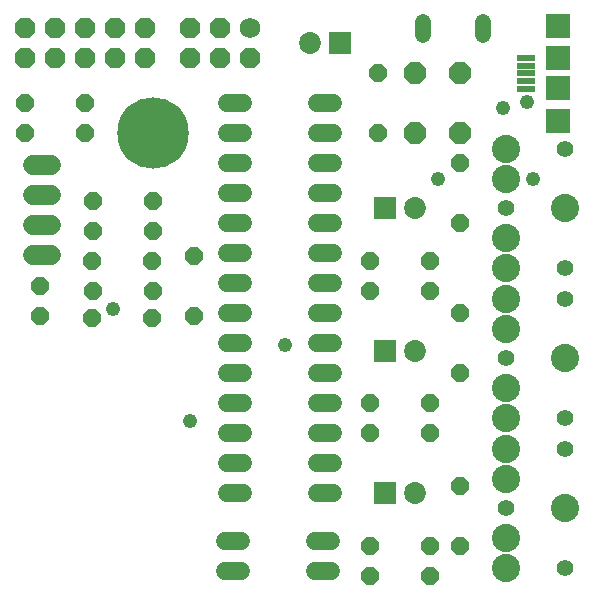
<source format=gts>
G75*
%MOIN*%
%OFA0B0*%
%FSLAX25Y25*%
%IPPOS*%
%LPD*%
%AMOC8*
5,1,8,0,0,1.08239X$1,22.5*
%
%ADD10R,0.06312X0.02178*%
%ADD11R,0.08280X0.07887*%
%ADD12R,0.08280X0.08280*%
%ADD13C,0.06000*%
%ADD14C,0.09400*%
%ADD15C,0.05524*%
%ADD16OC8,0.06000*%
%ADD17C,0.07300*%
%ADD18R,0.07300X0.07300*%
%ADD19C,0.05200*%
%ADD20OC8,0.07100*%
%ADD21C,0.06800*%
%ADD22OC8,0.06800*%
%ADD23C,0.23800*%
%ADD24C,0.06800*%
%ADD25C,0.04800*%
D10*
X0178067Y0174482D03*
X0178067Y0177041D03*
X0178067Y0179600D03*
X0178067Y0182159D03*
X0178067Y0184718D03*
D11*
X0188500Y0195348D03*
X0188500Y0163852D03*
D12*
X0188500Y0174600D03*
X0188500Y0184600D03*
D13*
X0113600Y0169600D02*
X0108400Y0169600D01*
X0108400Y0159600D02*
X0113600Y0159600D01*
X0113600Y0149600D02*
X0108400Y0149600D01*
X0108400Y0139600D02*
X0113600Y0139600D01*
X0113600Y0129600D02*
X0108400Y0129600D01*
X0108400Y0119600D02*
X0113600Y0119600D01*
X0113600Y0109600D02*
X0108400Y0109600D01*
X0108400Y0099600D02*
X0113600Y0099600D01*
X0113600Y0089600D02*
X0108400Y0089600D01*
X0108400Y0079600D02*
X0113600Y0079600D01*
X0113600Y0069600D02*
X0108400Y0069600D01*
X0108400Y0059600D02*
X0113600Y0059600D01*
X0113600Y0049600D02*
X0108400Y0049600D01*
X0108400Y0039600D02*
X0113600Y0039600D01*
X0112780Y0023600D02*
X0107580Y0023600D01*
X0107580Y0013600D02*
X0112780Y0013600D01*
X0083600Y0039600D02*
X0078400Y0039600D01*
X0078400Y0049600D02*
X0083600Y0049600D01*
X0083600Y0059600D02*
X0078400Y0059600D01*
X0078400Y0069600D02*
X0083600Y0069600D01*
X0083600Y0079600D02*
X0078400Y0079600D01*
X0078400Y0089600D02*
X0083600Y0089600D01*
X0083600Y0099600D02*
X0078400Y0099600D01*
X0078400Y0109600D02*
X0083600Y0109600D01*
X0083600Y0119600D02*
X0078400Y0119600D01*
X0078400Y0129600D02*
X0083600Y0129600D01*
X0083600Y0139600D02*
X0078400Y0139600D01*
X0078400Y0149600D02*
X0083600Y0149600D01*
X0083600Y0159600D02*
X0078400Y0159600D01*
X0078400Y0169600D02*
X0083600Y0169600D01*
X0082780Y0023600D02*
X0077580Y0023600D01*
X0077580Y0013600D02*
X0082780Y0013600D01*
D14*
X0171315Y0014915D03*
X0171315Y0024757D03*
X0171315Y0044443D03*
X0171315Y0054285D03*
X0171315Y0064915D03*
X0171315Y0074757D03*
X0171315Y0094443D03*
X0171315Y0104285D03*
X0171315Y0114915D03*
X0171315Y0124757D03*
X0171315Y0144443D03*
X0171315Y0154285D03*
X0191000Y0134600D03*
X0191000Y0084600D03*
X0191000Y0034600D03*
D15*
X0191000Y0014915D03*
X0171315Y0034600D03*
X0191000Y0054285D03*
X0191000Y0064915D03*
X0171315Y0084600D03*
X0191000Y0104285D03*
X0191000Y0114915D03*
X0171315Y0134600D03*
X0191000Y0154285D03*
D16*
X0156000Y0149600D03*
X0156000Y0129600D03*
X0146000Y0117100D03*
X0146000Y0107100D03*
X0156000Y0099600D03*
X0156000Y0079600D03*
X0146000Y0069600D03*
X0146000Y0059600D03*
X0126000Y0059600D03*
X0126000Y0069600D03*
X0156000Y0042100D03*
X0156000Y0022100D03*
X0146000Y0022100D03*
X0146000Y0012100D03*
X0126000Y0012100D03*
X0126000Y0022100D03*
X0067260Y0098670D03*
X0053390Y0098030D03*
X0053500Y0107100D03*
X0053370Y0117230D03*
X0053500Y0127100D03*
X0053500Y0137100D03*
X0033500Y0137100D03*
X0033500Y0127100D03*
X0033370Y0117230D03*
X0033500Y0107100D03*
X0033390Y0098030D03*
X0016000Y0098840D03*
X0016000Y0108840D03*
X0067260Y0118670D03*
X0031000Y0159600D03*
X0031000Y0169600D03*
X0011000Y0169600D03*
X0011000Y0159600D03*
X0126000Y0117100D03*
X0126000Y0107100D03*
X0128500Y0159600D03*
X0128500Y0179600D03*
D17*
X0106000Y0189600D03*
X0141000Y0134600D03*
X0141000Y0087100D03*
X0141000Y0039600D03*
D18*
X0131000Y0039600D03*
X0131000Y0087100D03*
X0131000Y0134600D03*
X0116000Y0189600D03*
D19*
X0143500Y0192400D02*
X0143500Y0196800D01*
X0163500Y0196800D02*
X0163500Y0192400D01*
D20*
X0156000Y0179600D03*
X0141000Y0179600D03*
X0141000Y0159600D03*
X0156000Y0159600D03*
D21*
X0086000Y0194600D03*
D22*
X0086000Y0184600D03*
X0076000Y0184600D03*
X0066000Y0184600D03*
X0066000Y0194600D03*
X0076000Y0194600D03*
X0051000Y0194600D03*
X0051000Y0184600D03*
X0041000Y0184600D03*
X0031000Y0184600D03*
X0031000Y0194600D03*
X0041000Y0194600D03*
X0021000Y0194600D03*
X0011000Y0194600D03*
X0011000Y0184600D03*
X0021000Y0184600D03*
D23*
X0053500Y0159600D03*
D24*
X0019470Y0149210D02*
X0013470Y0149210D01*
X0013470Y0139210D02*
X0019470Y0139210D01*
X0019470Y0129210D02*
X0013470Y0129210D01*
X0013470Y0119210D02*
X0019470Y0119210D01*
D25*
X0065961Y0063655D03*
X0097457Y0089246D03*
X0040370Y0101057D03*
X0148638Y0144364D03*
X0170291Y0167986D03*
X0178165Y0169954D03*
X0180134Y0144364D03*
M02*

</source>
